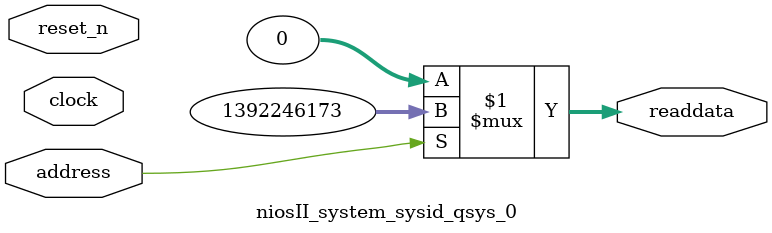
<source format=v>

`timescale 1ns / 1ps
// synthesis translate_on

// turn off superfluous verilog processor warnings 
// altera message_level Level1 
// altera message_off 10034 10035 10036 10037 10230 10240 10030 

module niosII_system_sysid_qsys_0 (
               // inputs:
                address,
                clock,
                reset_n,

               // outputs:
                readdata
             )
;

  output  [ 31: 0] readdata;
  input            address;
  input            clock;
  input            reset_n;

  wire    [ 31: 0] readdata;
  //control_slave, which is an e_avalon_slave
  assign readdata = address ? 1392246173 : 0;

endmodule




</source>
